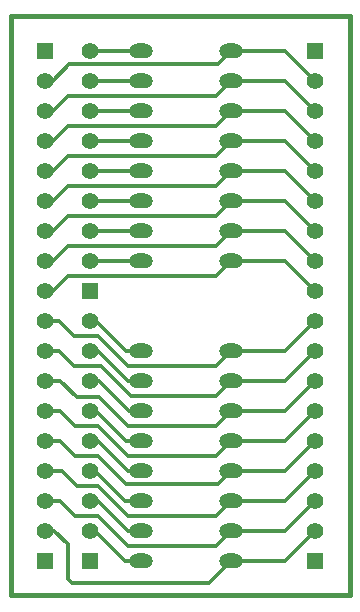
<source format=gtl>
G04 (created by PCBNEW-RS274X (2011-07-08)-stable) date Thu 27 Oct 2011 07:18:31 PM CEST*
G01*
G70*
G90*
%MOIN*%
G04 Gerber Fmt 3.4, Leading zero omitted, Abs format*
%FSLAX34Y34*%
G04 APERTURE LIST*
%ADD10C,0.006000*%
%ADD11C,0.015000*%
%ADD12R,0.055000X0.055000*%
%ADD13C,0.055000*%
%ADD14O,0.080000X0.050000*%
%ADD15C,0.012000*%
G04 APERTURE END LIST*
G54D10*
G54D11*
X64950Y-33050D02*
X64950Y-13750D01*
X76250Y-33050D02*
X76250Y-13750D01*
X64950Y-33050D02*
X76250Y-33050D01*
X64950Y-13750D02*
X76250Y-13750D01*
G54D12*
X67600Y-22900D03*
G54D13*
X67600Y-21900D03*
X67600Y-20900D03*
X67600Y-19900D03*
X67600Y-18900D03*
X67600Y-17900D03*
X67600Y-16900D03*
X67600Y-15900D03*
X67600Y-14900D03*
G54D12*
X75100Y-14900D03*
G54D13*
X75100Y-15900D03*
X75100Y-16900D03*
X75100Y-17900D03*
X75100Y-18900D03*
X75100Y-19900D03*
X75100Y-20900D03*
X75100Y-21900D03*
X75100Y-22900D03*
G54D12*
X75100Y-31900D03*
G54D13*
X75100Y-30900D03*
X75100Y-29900D03*
X75100Y-28900D03*
X75100Y-27900D03*
X75100Y-26900D03*
X75100Y-25900D03*
X75100Y-24900D03*
X75100Y-23900D03*
G54D12*
X66100Y-31900D03*
G54D13*
X66100Y-30900D03*
X66100Y-29900D03*
X66100Y-28900D03*
X66100Y-27900D03*
X66100Y-26900D03*
X66100Y-25900D03*
X66100Y-24900D03*
X66100Y-23900D03*
G54D12*
X66100Y-14900D03*
G54D13*
X66100Y-15900D03*
X66100Y-16900D03*
X66100Y-17900D03*
X66100Y-18900D03*
X66100Y-19900D03*
X66100Y-20900D03*
X66100Y-21900D03*
X66100Y-22900D03*
G54D14*
X72300Y-31900D03*
X72300Y-30900D03*
X72300Y-29900D03*
X72300Y-28900D03*
X72300Y-27900D03*
X72300Y-26900D03*
X72300Y-25900D03*
X72300Y-24900D03*
X69300Y-24900D03*
X69300Y-25900D03*
X69300Y-26900D03*
X69300Y-27900D03*
X69300Y-28900D03*
X69300Y-29900D03*
X69300Y-30900D03*
X69300Y-31900D03*
X72300Y-21900D03*
X72300Y-20900D03*
X72300Y-19900D03*
X72300Y-18900D03*
X72300Y-17900D03*
X72300Y-16900D03*
X72300Y-15900D03*
X72300Y-14900D03*
X69300Y-14900D03*
X69300Y-15900D03*
X69300Y-16900D03*
X69300Y-17900D03*
X69300Y-18900D03*
X69300Y-19900D03*
X69300Y-20900D03*
X69300Y-21900D03*
G54D12*
X67600Y-31900D03*
G54D13*
X67600Y-30900D03*
X67600Y-29900D03*
X67600Y-28900D03*
X67600Y-27900D03*
X67600Y-26900D03*
X67600Y-25900D03*
X67600Y-24900D03*
X67600Y-23900D03*
G54D15*
X71550Y-32650D02*
X72300Y-31900D01*
X67000Y-32650D02*
X71550Y-32650D01*
X66850Y-32500D02*
X67000Y-32650D01*
X66850Y-31350D02*
X66850Y-32500D01*
X72300Y-31900D02*
X74100Y-31900D01*
X66400Y-30900D02*
X66850Y-31350D01*
X74100Y-31900D02*
X75100Y-30900D01*
X66100Y-30900D02*
X66400Y-30900D01*
X71800Y-31400D02*
X72300Y-30900D01*
X68850Y-31400D02*
X71800Y-31400D01*
X67850Y-30400D02*
X68850Y-31400D01*
X67100Y-30400D02*
X67850Y-30400D01*
X72300Y-30900D02*
X74100Y-30900D01*
X66600Y-29900D02*
X67100Y-30400D01*
X74100Y-30900D02*
X75100Y-29900D01*
X66100Y-29900D02*
X66600Y-29900D01*
X71800Y-30400D02*
X72300Y-29900D01*
X68850Y-30400D02*
X71800Y-30400D01*
X67850Y-29400D02*
X68850Y-30400D01*
X67150Y-29400D02*
X67850Y-29400D01*
X72300Y-29900D02*
X74100Y-29900D01*
X66650Y-28900D02*
X67150Y-29400D01*
X74100Y-29900D02*
X75100Y-28900D01*
X66100Y-28900D02*
X66650Y-28900D01*
X71850Y-29350D02*
X72300Y-28900D01*
X68800Y-29350D02*
X71850Y-29350D01*
X67850Y-28400D02*
X68800Y-29350D01*
X67100Y-28400D02*
X67850Y-28400D01*
X72300Y-28900D02*
X74100Y-28900D01*
X66600Y-27900D02*
X67100Y-28400D01*
X74100Y-28900D02*
X75100Y-27900D01*
X66100Y-27900D02*
X66600Y-27900D01*
X71800Y-28400D02*
X72300Y-27900D01*
X72300Y-27900D02*
X74100Y-27900D01*
X68850Y-28400D02*
X71800Y-28400D01*
X74100Y-27900D02*
X75100Y-26900D01*
X67850Y-27400D02*
X68850Y-28400D01*
X67100Y-27400D02*
X67850Y-27400D01*
X66100Y-26900D02*
X66600Y-26900D01*
X66600Y-26900D02*
X67100Y-27400D01*
X71800Y-27400D02*
X72300Y-26900D01*
X72300Y-26900D02*
X74100Y-26900D01*
X68850Y-27400D02*
X71800Y-27400D01*
X74100Y-26900D02*
X75100Y-25900D01*
X67900Y-26450D02*
X68850Y-27400D01*
X67150Y-26450D02*
X67900Y-26450D01*
X66100Y-25900D02*
X66600Y-25900D01*
X66600Y-25900D02*
X67150Y-26450D01*
X71800Y-26400D02*
X72300Y-25900D01*
X72300Y-25900D02*
X74100Y-25900D01*
X68950Y-26400D02*
X71800Y-26400D01*
X74100Y-25900D02*
X75100Y-24900D01*
X67950Y-25400D02*
X68950Y-26400D01*
X67050Y-25400D02*
X67950Y-25400D01*
X66100Y-24900D02*
X66550Y-24900D01*
X66550Y-24900D02*
X67050Y-25400D01*
X71800Y-25400D02*
X72300Y-24900D01*
X72300Y-24900D02*
X74100Y-24900D01*
X68850Y-25400D02*
X71800Y-25400D01*
X74100Y-24900D02*
X75100Y-23900D01*
X67850Y-24400D02*
X68850Y-25400D01*
X67050Y-24400D02*
X67850Y-24400D01*
X66100Y-23900D02*
X66550Y-23900D01*
X66550Y-23900D02*
X67050Y-24400D01*
X66100Y-22900D02*
X66350Y-22900D01*
X66350Y-22900D02*
X66850Y-22400D01*
X66850Y-22400D02*
X71800Y-22400D01*
X74100Y-21900D02*
X75100Y-22900D01*
X71800Y-22400D02*
X72300Y-21900D01*
X72300Y-21900D02*
X74100Y-21900D01*
X66100Y-21900D02*
X66350Y-21900D01*
X66350Y-21900D02*
X66850Y-21400D01*
X66850Y-21400D02*
X71800Y-21400D01*
X74100Y-20900D02*
X75100Y-21900D01*
X71800Y-21400D02*
X72300Y-20900D01*
X72300Y-20900D02*
X74100Y-20900D01*
X66100Y-20900D02*
X66350Y-20900D01*
X66350Y-20900D02*
X66850Y-20400D01*
X66850Y-20400D02*
X71800Y-20400D01*
X74100Y-19900D02*
X75100Y-20900D01*
X71800Y-20400D02*
X72300Y-19900D01*
X72300Y-19900D02*
X74100Y-19900D01*
X66100Y-19900D02*
X66350Y-19900D01*
X66350Y-19900D02*
X66850Y-19400D01*
X66850Y-19400D02*
X71800Y-19400D01*
X74100Y-18900D02*
X75100Y-19900D01*
X71800Y-19400D02*
X72300Y-18900D01*
X72300Y-18900D02*
X74100Y-18900D01*
X66100Y-18900D02*
X66350Y-18900D01*
X66350Y-18900D02*
X66850Y-18400D01*
X66850Y-18400D02*
X71800Y-18400D01*
X74100Y-17900D02*
X75100Y-18900D01*
X71800Y-18400D02*
X72300Y-17900D01*
X72300Y-17900D02*
X74100Y-17900D01*
X66100Y-17900D02*
X66350Y-17900D01*
X66350Y-17900D02*
X66850Y-17400D01*
X66850Y-17400D02*
X71800Y-17400D01*
X74100Y-16900D02*
X75100Y-17900D01*
X71800Y-17400D02*
X72300Y-16900D01*
X72300Y-16900D02*
X74100Y-16900D01*
X66100Y-16900D02*
X66350Y-16900D01*
X66350Y-16900D02*
X66850Y-16400D01*
X66850Y-16400D02*
X71800Y-16400D01*
X74100Y-15900D02*
X75100Y-16900D01*
X71800Y-16400D02*
X72300Y-15900D01*
X72300Y-15900D02*
X74100Y-15900D01*
X66100Y-15900D02*
X66350Y-15900D01*
X66350Y-15900D02*
X66900Y-15350D01*
X66900Y-15350D02*
X71850Y-15350D01*
X74100Y-14900D02*
X75100Y-15900D01*
X71850Y-15350D02*
X72300Y-14900D01*
X72300Y-14900D02*
X74100Y-14900D01*
X67600Y-14900D02*
X69300Y-14900D01*
X67600Y-28900D02*
X67750Y-28900D01*
X67750Y-28900D02*
X68750Y-29900D01*
X68750Y-29900D02*
X69300Y-29900D01*
X67600Y-26900D02*
X67800Y-26900D01*
X67800Y-26900D02*
X68800Y-27900D01*
X68800Y-27900D02*
X69300Y-27900D01*
X67600Y-24900D02*
X67850Y-24900D01*
X67850Y-24900D02*
X68850Y-25900D01*
X68850Y-25900D02*
X69300Y-25900D01*
X67600Y-16900D02*
X69300Y-16900D01*
X67600Y-20900D02*
X69300Y-20900D01*
X67600Y-18900D02*
X69300Y-18900D01*
X68800Y-24900D02*
X69300Y-24900D01*
X67800Y-23900D02*
X68800Y-24900D01*
X67600Y-23900D02*
X67800Y-23900D01*
X68900Y-26900D02*
X69300Y-26900D01*
X69100Y-26900D02*
X69300Y-26900D01*
X67900Y-25900D02*
X68900Y-26900D01*
X67600Y-25900D02*
X67900Y-25900D01*
X68850Y-28900D02*
X69300Y-28900D01*
X67850Y-27900D02*
X68850Y-28900D01*
X67600Y-27900D02*
X67850Y-27900D01*
X68850Y-30900D02*
X69300Y-30900D01*
X67850Y-29900D02*
X68850Y-30900D01*
X67600Y-29900D02*
X67850Y-29900D01*
X67600Y-30900D02*
X67750Y-30900D01*
X67750Y-30900D02*
X68750Y-31900D01*
X68750Y-31900D02*
X69300Y-31900D01*
X69300Y-15900D02*
X67600Y-15900D01*
X69300Y-17900D02*
X67600Y-17900D01*
X69300Y-19900D02*
X67600Y-19900D01*
X69300Y-21900D02*
X67600Y-21900D01*
M02*

</source>
